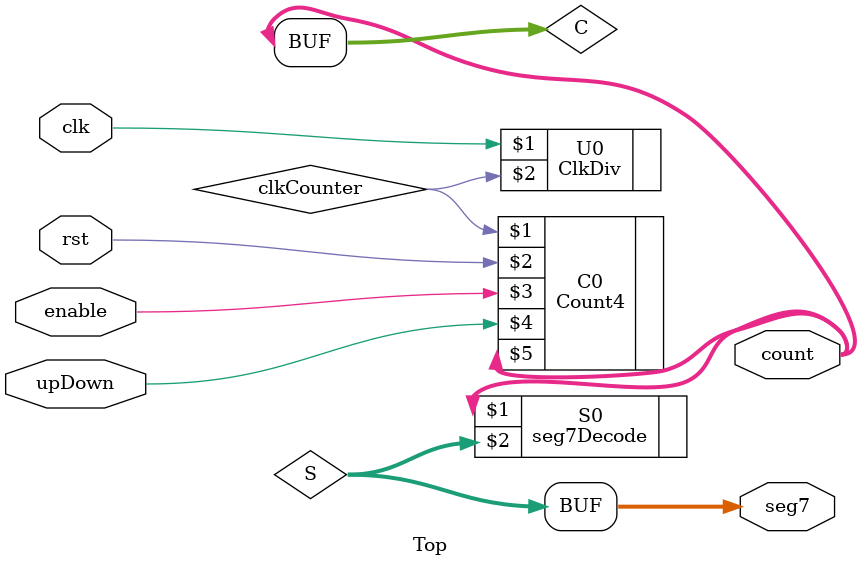
<source format=v>

module Top(clk, rst, enable, upDown, count, seg7);
// count[3:0] output included for convenience in debug and testbenches
	input clk, rst, enable, upDown;
	output [3:0] count;
	reg [3:0] count;
	output [6:0] seg7;
	reg [6:0] seg7;
	
    wire clkCounter;
	wire [3:0] C;
	wire [6:0] S;
	ClkDiv U0 (clk, clkCounter);
	
	Count4 C0 (clkCounter, rst, enable, upDown, C);

	always @(C) begin
		count = C;
	end

	seg7Decode S0 (count, S);

	always @(S) begin
		seg7 = S;
	end

	
endmodule

</source>
